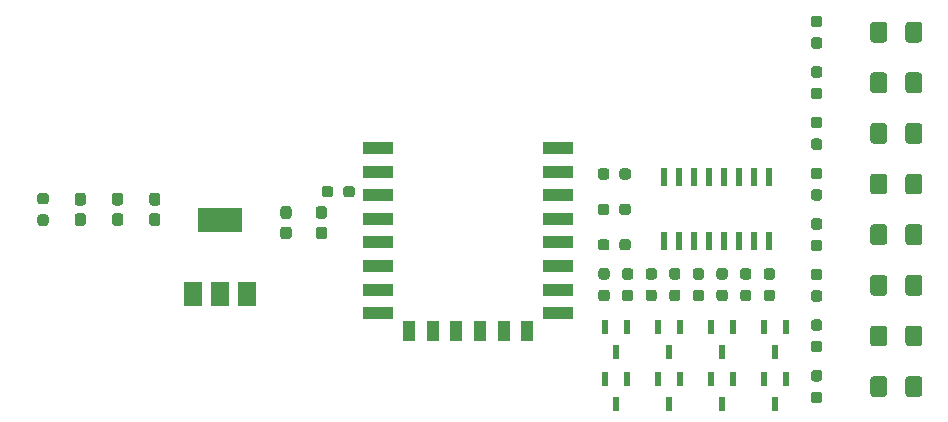
<source format=gbr>
G04 #@! TF.GenerationSoftware,KiCad,Pcbnew,5.1.9+dfsg1-1~bpo10+1*
G04 #@! TF.CreationDate,2021-05-29T21:01:30+02:00*
G04 #@! TF.ProjectId,esp_12e_traffic_monitor,6573705f-3132-4655-9f74-726166666963,C*
G04 #@! TF.SameCoordinates,Original*
G04 #@! TF.FileFunction,Paste,Top*
G04 #@! TF.FilePolarity,Positive*
%FSLAX46Y46*%
G04 Gerber Fmt 4.6, Leading zero omitted, Abs format (unit mm)*
G04 Created by KiCad (PCBNEW 5.1.9+dfsg1-1~bpo10+1) date 2021-05-29 21:01:30*
%MOMM*%
%LPD*%
G01*
G04 APERTURE LIST*
%ADD10R,0.600000X1.300000*%
%ADD11R,0.600000X1.550000*%
%ADD12R,3.800000X2.000000*%
%ADD13R,1.500000X2.000000*%
%ADD14R,2.500000X1.000000*%
%ADD15R,1.000000X1.800000*%
G04 APERTURE END LIST*
D10*
X154000000Y-133000000D03*
X153050000Y-130900000D03*
X154950000Y-130900000D03*
D11*
X149055000Y-119200000D03*
X150325000Y-119200000D03*
X151595000Y-119200000D03*
X152865000Y-119200000D03*
X154135000Y-119200000D03*
X155405000Y-119200000D03*
X156675000Y-119200000D03*
X157945000Y-119200000D03*
X157945000Y-113800000D03*
X156675000Y-113800000D03*
X155405000Y-113800000D03*
X154135000Y-113800000D03*
X152865000Y-113800000D03*
X151595000Y-113800000D03*
X150325000Y-113800000D03*
X149055000Y-113800000D03*
G36*
G01*
X166550000Y-110696429D02*
X166550000Y-109446429D01*
G75*
G02*
X166800000Y-109196429I250000J0D01*
G01*
X167725000Y-109196429D01*
G75*
G02*
X167975000Y-109446429I0J-250000D01*
G01*
X167975000Y-110696429D01*
G75*
G02*
X167725000Y-110946429I-250000J0D01*
G01*
X166800000Y-110946429D01*
G75*
G02*
X166550000Y-110696429I0J250000D01*
G01*
G37*
G36*
G01*
X169525000Y-110696429D02*
X169525000Y-109446429D01*
G75*
G02*
X169775000Y-109196429I250000J0D01*
G01*
X170700000Y-109196429D01*
G75*
G02*
X170950000Y-109446429I0J-250000D01*
G01*
X170950000Y-110696429D01*
G75*
G02*
X170700000Y-110946429I-250000J0D01*
G01*
X169775000Y-110946429D01*
G75*
G02*
X169525000Y-110696429I0J250000D01*
G01*
G37*
G36*
G01*
X166550000Y-102125000D02*
X166550000Y-100875000D01*
G75*
G02*
X166800000Y-100625000I250000J0D01*
G01*
X167725000Y-100625000D01*
G75*
G02*
X167975000Y-100875000I0J-250000D01*
G01*
X167975000Y-102125000D01*
G75*
G02*
X167725000Y-102375000I-250000J0D01*
G01*
X166800000Y-102375000D01*
G75*
G02*
X166550000Y-102125000I0J250000D01*
G01*
G37*
G36*
G01*
X169525000Y-102125000D02*
X169525000Y-100875000D01*
G75*
G02*
X169775000Y-100625000I250000J0D01*
G01*
X170700000Y-100625000D01*
G75*
G02*
X170950000Y-100875000I0J-250000D01*
G01*
X170950000Y-102125000D01*
G75*
G02*
X170700000Y-102375000I-250000J0D01*
G01*
X169775000Y-102375000D01*
G75*
G02*
X169525000Y-102125000I0J250000D01*
G01*
G37*
G36*
G01*
X169525000Y-106410714D02*
X169525000Y-105160714D01*
G75*
G02*
X169775000Y-104910714I250000J0D01*
G01*
X170700000Y-104910714D01*
G75*
G02*
X170950000Y-105160714I0J-250000D01*
G01*
X170950000Y-106410714D01*
G75*
G02*
X170700000Y-106660714I-250000J0D01*
G01*
X169775000Y-106660714D01*
G75*
G02*
X169525000Y-106410714I0J250000D01*
G01*
G37*
G36*
G01*
X166550000Y-106410714D02*
X166550000Y-105160714D01*
G75*
G02*
X166800000Y-104910714I250000J0D01*
G01*
X167725000Y-104910714D01*
G75*
G02*
X167975000Y-105160714I0J-250000D01*
G01*
X167975000Y-106410714D01*
G75*
G02*
X167725000Y-106660714I-250000J0D01*
G01*
X166800000Y-106660714D01*
G75*
G02*
X166550000Y-106410714I0J250000D01*
G01*
G37*
G36*
G01*
X169525000Y-114982143D02*
X169525000Y-113732143D01*
G75*
G02*
X169775000Y-113482143I250000J0D01*
G01*
X170700000Y-113482143D01*
G75*
G02*
X170950000Y-113732143I0J-250000D01*
G01*
X170950000Y-114982143D01*
G75*
G02*
X170700000Y-115232143I-250000J0D01*
G01*
X169775000Y-115232143D01*
G75*
G02*
X169525000Y-114982143I0J250000D01*
G01*
G37*
G36*
G01*
X166550000Y-114982143D02*
X166550000Y-113732143D01*
G75*
G02*
X166800000Y-113482143I250000J0D01*
G01*
X167725000Y-113482143D01*
G75*
G02*
X167975000Y-113732143I0J-250000D01*
G01*
X167975000Y-114982143D01*
G75*
G02*
X167725000Y-115232143I-250000J0D01*
G01*
X166800000Y-115232143D01*
G75*
G02*
X166550000Y-114982143I0J250000D01*
G01*
G37*
G36*
G01*
X166550000Y-119267857D02*
X166550000Y-118017857D01*
G75*
G02*
X166800000Y-117767857I250000J0D01*
G01*
X167725000Y-117767857D01*
G75*
G02*
X167975000Y-118017857I0J-250000D01*
G01*
X167975000Y-119267857D01*
G75*
G02*
X167725000Y-119517857I-250000J0D01*
G01*
X166800000Y-119517857D01*
G75*
G02*
X166550000Y-119267857I0J250000D01*
G01*
G37*
G36*
G01*
X169525000Y-119267857D02*
X169525000Y-118017857D01*
G75*
G02*
X169775000Y-117767857I250000J0D01*
G01*
X170700000Y-117767857D01*
G75*
G02*
X170950000Y-118017857I0J-250000D01*
G01*
X170950000Y-119267857D01*
G75*
G02*
X170700000Y-119517857I-250000J0D01*
G01*
X169775000Y-119517857D01*
G75*
G02*
X169525000Y-119267857I0J250000D01*
G01*
G37*
G36*
G01*
X169525000Y-123553571D02*
X169525000Y-122303571D01*
G75*
G02*
X169775000Y-122053571I250000J0D01*
G01*
X170700000Y-122053571D01*
G75*
G02*
X170950000Y-122303571I0J-250000D01*
G01*
X170950000Y-123553571D01*
G75*
G02*
X170700000Y-123803571I-250000J0D01*
G01*
X169775000Y-123803571D01*
G75*
G02*
X169525000Y-123553571I0J250000D01*
G01*
G37*
G36*
G01*
X166550000Y-123553571D02*
X166550000Y-122303571D01*
G75*
G02*
X166800000Y-122053571I250000J0D01*
G01*
X167725000Y-122053571D01*
G75*
G02*
X167975000Y-122303571I0J-250000D01*
G01*
X167975000Y-123553571D01*
G75*
G02*
X167725000Y-123803571I-250000J0D01*
G01*
X166800000Y-123803571D01*
G75*
G02*
X166550000Y-123553571I0J250000D01*
G01*
G37*
G36*
G01*
X169525000Y-127839286D02*
X169525000Y-126589286D01*
G75*
G02*
X169775000Y-126339286I250000J0D01*
G01*
X170700000Y-126339286D01*
G75*
G02*
X170950000Y-126589286I0J-250000D01*
G01*
X170950000Y-127839286D01*
G75*
G02*
X170700000Y-128089286I-250000J0D01*
G01*
X169775000Y-128089286D01*
G75*
G02*
X169525000Y-127839286I0J250000D01*
G01*
G37*
G36*
G01*
X166550000Y-127839286D02*
X166550000Y-126589286D01*
G75*
G02*
X166800000Y-126339286I250000J0D01*
G01*
X167725000Y-126339286D01*
G75*
G02*
X167975000Y-126589286I0J-250000D01*
G01*
X167975000Y-127839286D01*
G75*
G02*
X167725000Y-128089286I-250000J0D01*
G01*
X166800000Y-128089286D01*
G75*
G02*
X166550000Y-127839286I0J250000D01*
G01*
G37*
G36*
G01*
X166550000Y-132125000D02*
X166550000Y-130875000D01*
G75*
G02*
X166800000Y-130625000I250000J0D01*
G01*
X167725000Y-130625000D01*
G75*
G02*
X167975000Y-130875000I0J-250000D01*
G01*
X167975000Y-132125000D01*
G75*
G02*
X167725000Y-132375000I-250000J0D01*
G01*
X166800000Y-132375000D01*
G75*
G02*
X166550000Y-132125000I0J250000D01*
G01*
G37*
G36*
G01*
X169525000Y-132125000D02*
X169525000Y-130875000D01*
G75*
G02*
X169775000Y-130625000I250000J0D01*
G01*
X170700000Y-130625000D01*
G75*
G02*
X170950000Y-130875000I0J-250000D01*
G01*
X170950000Y-132125000D01*
G75*
G02*
X170700000Y-132375000I-250000J0D01*
G01*
X169775000Y-132375000D01*
G75*
G02*
X169525000Y-132125000I0J250000D01*
G01*
G37*
D10*
X145000000Y-128550000D03*
X144050000Y-126450000D03*
X145950000Y-126450000D03*
X150450000Y-126450000D03*
X148550000Y-126450000D03*
X149500000Y-128550000D03*
X154000000Y-128550000D03*
X153050000Y-126450000D03*
X154950000Y-126450000D03*
X159450000Y-126450000D03*
X157550000Y-126450000D03*
X158500000Y-128550000D03*
X145950000Y-130900000D03*
X144050000Y-130900000D03*
X145000000Y-133000000D03*
X150450000Y-130900000D03*
X148550000Y-130900000D03*
X149500000Y-133000000D03*
X158500000Y-133000000D03*
X157550000Y-130900000D03*
X159450000Y-130900000D03*
D12*
X111500000Y-117400000D03*
D13*
X111500000Y-123700000D03*
X113800000Y-123700000D03*
X109200000Y-123700000D03*
D14*
X124900000Y-111300000D03*
X124900000Y-113300000D03*
X124900000Y-115300000D03*
X124900000Y-117300000D03*
X124900000Y-119300000D03*
X124900000Y-121300000D03*
X124900000Y-123300000D03*
X124900000Y-125300000D03*
D15*
X127500000Y-126800000D03*
X129500000Y-126800000D03*
X131500000Y-126800000D03*
X133500000Y-126800000D03*
X135500000Y-126800000D03*
X137500000Y-126800000D03*
D14*
X140100000Y-125300000D03*
X140100000Y-123300000D03*
X140100000Y-121300000D03*
X140100000Y-119300000D03*
X140100000Y-117300000D03*
X140100000Y-115300000D03*
X140100000Y-113300000D03*
X140100000Y-111300000D03*
G36*
G01*
X102579166Y-116825000D02*
X103054166Y-116825000D01*
G75*
G02*
X103291666Y-117062500I0J-237500D01*
G01*
X103291666Y-117662500D01*
G75*
G02*
X103054166Y-117900000I-237500J0D01*
G01*
X102579166Y-117900000D01*
G75*
G02*
X102341666Y-117662500I0J237500D01*
G01*
X102341666Y-117062500D01*
G75*
G02*
X102579166Y-116825000I237500J0D01*
G01*
G37*
G36*
G01*
X102579166Y-115100000D02*
X103054166Y-115100000D01*
G75*
G02*
X103291666Y-115337500I0J-237500D01*
G01*
X103291666Y-115937500D01*
G75*
G02*
X103054166Y-116175000I-237500J0D01*
G01*
X102579166Y-116175000D01*
G75*
G02*
X102341666Y-115937500I0J237500D01*
G01*
X102341666Y-115337500D01*
G75*
G02*
X102579166Y-115100000I237500J0D01*
G01*
G37*
G36*
G01*
X105737500Y-115100000D02*
X106212500Y-115100000D01*
G75*
G02*
X106450000Y-115337500I0J-237500D01*
G01*
X106450000Y-115937500D01*
G75*
G02*
X106212500Y-116175000I-237500J0D01*
G01*
X105737500Y-116175000D01*
G75*
G02*
X105500000Y-115937500I0J237500D01*
G01*
X105500000Y-115337500D01*
G75*
G02*
X105737500Y-115100000I237500J0D01*
G01*
G37*
G36*
G01*
X105737500Y-116825000D02*
X106212500Y-116825000D01*
G75*
G02*
X106450000Y-117062500I0J-237500D01*
G01*
X106450000Y-117662500D01*
G75*
G02*
X106212500Y-117900000I-237500J0D01*
G01*
X105737500Y-117900000D01*
G75*
G02*
X105500000Y-117662500I0J237500D01*
G01*
X105500000Y-117062500D01*
G75*
G02*
X105737500Y-116825000I237500J0D01*
G01*
G37*
G36*
G01*
X116837500Y-116225000D02*
X117312500Y-116225000D01*
G75*
G02*
X117550000Y-116462500I0J-237500D01*
G01*
X117550000Y-117062500D01*
G75*
G02*
X117312500Y-117300000I-237500J0D01*
G01*
X116837500Y-117300000D01*
G75*
G02*
X116600000Y-117062500I0J237500D01*
G01*
X116600000Y-116462500D01*
G75*
G02*
X116837500Y-116225000I237500J0D01*
G01*
G37*
G36*
G01*
X116837500Y-117950000D02*
X117312500Y-117950000D01*
G75*
G02*
X117550000Y-118187500I0J-237500D01*
G01*
X117550000Y-118787500D01*
G75*
G02*
X117312500Y-119025000I-237500J0D01*
G01*
X116837500Y-119025000D01*
G75*
G02*
X116600000Y-118787500I0J237500D01*
G01*
X116600000Y-118187500D01*
G75*
G02*
X116837500Y-117950000I237500J0D01*
G01*
G37*
G36*
G01*
X119837500Y-117950000D02*
X120312500Y-117950000D01*
G75*
G02*
X120550000Y-118187500I0J-237500D01*
G01*
X120550000Y-118787500D01*
G75*
G02*
X120312500Y-119025000I-237500J0D01*
G01*
X119837500Y-119025000D01*
G75*
G02*
X119600000Y-118787500I0J237500D01*
G01*
X119600000Y-118187500D01*
G75*
G02*
X119837500Y-117950000I237500J0D01*
G01*
G37*
G36*
G01*
X119837500Y-116225000D02*
X120312500Y-116225000D01*
G75*
G02*
X120550000Y-116462500I0J-237500D01*
G01*
X120550000Y-117062500D01*
G75*
G02*
X120312500Y-117300000I-237500J0D01*
G01*
X119837500Y-117300000D01*
G75*
G02*
X119600000Y-117062500I0J237500D01*
G01*
X119600000Y-116462500D01*
G75*
G02*
X119837500Y-116225000I237500J0D01*
G01*
G37*
G36*
G01*
X99895833Y-117900000D02*
X99420833Y-117900000D01*
G75*
G02*
X99183333Y-117662500I0J237500D01*
G01*
X99183333Y-117062500D01*
G75*
G02*
X99420833Y-116825000I237500J0D01*
G01*
X99895833Y-116825000D01*
G75*
G02*
X100133333Y-117062500I0J-237500D01*
G01*
X100133333Y-117662500D01*
G75*
G02*
X99895833Y-117900000I-237500J0D01*
G01*
G37*
G36*
G01*
X99895833Y-116175000D02*
X99420833Y-116175000D01*
G75*
G02*
X99183333Y-115937500I0J237500D01*
G01*
X99183333Y-115337500D01*
G75*
G02*
X99420833Y-115100000I237500J0D01*
G01*
X99895833Y-115100000D01*
G75*
G02*
X100133333Y-115337500I0J-237500D01*
G01*
X100133333Y-115937500D01*
G75*
G02*
X99895833Y-116175000I-237500J0D01*
G01*
G37*
G36*
G01*
X146275000Y-113262500D02*
X146275000Y-113737500D01*
G75*
G02*
X146037500Y-113975000I-237500J0D01*
G01*
X145537500Y-113975000D01*
G75*
G02*
X145300000Y-113737500I0J237500D01*
G01*
X145300000Y-113262500D01*
G75*
G02*
X145537500Y-113025000I237500J0D01*
G01*
X146037500Y-113025000D01*
G75*
G02*
X146275000Y-113262500I0J-237500D01*
G01*
G37*
G36*
G01*
X144450000Y-113262500D02*
X144450000Y-113737500D01*
G75*
G02*
X144212500Y-113975000I-237500J0D01*
G01*
X143712500Y-113975000D01*
G75*
G02*
X143475000Y-113737500I0J237500D01*
G01*
X143475000Y-113262500D01*
G75*
G02*
X143712500Y-113025000I237500J0D01*
G01*
X144212500Y-113025000D01*
G75*
G02*
X144450000Y-113262500I0J-237500D01*
G01*
G37*
G36*
G01*
X146275000Y-116262500D02*
X146275000Y-116737500D01*
G75*
G02*
X146037500Y-116975000I-237500J0D01*
G01*
X145537500Y-116975000D01*
G75*
G02*
X145300000Y-116737500I0J237500D01*
G01*
X145300000Y-116262500D01*
G75*
G02*
X145537500Y-116025000I237500J0D01*
G01*
X146037500Y-116025000D01*
G75*
G02*
X146275000Y-116262500I0J-237500D01*
G01*
G37*
G36*
G01*
X144450000Y-116262500D02*
X144450000Y-116737500D01*
G75*
G02*
X144212500Y-116975000I-237500J0D01*
G01*
X143712500Y-116975000D01*
G75*
G02*
X143475000Y-116737500I0J237500D01*
G01*
X143475000Y-116262500D01*
G75*
G02*
X143712500Y-116025000I237500J0D01*
G01*
X144212500Y-116025000D01*
G75*
G02*
X144450000Y-116262500I0J-237500D01*
G01*
G37*
G36*
G01*
X120100000Y-115237500D02*
X120100000Y-114762500D01*
G75*
G02*
X120337500Y-114525000I237500J0D01*
G01*
X120837500Y-114525000D01*
G75*
G02*
X121075000Y-114762500I0J-237500D01*
G01*
X121075000Y-115237500D01*
G75*
G02*
X120837500Y-115475000I-237500J0D01*
G01*
X120337500Y-115475000D01*
G75*
G02*
X120100000Y-115237500I0J237500D01*
G01*
G37*
G36*
G01*
X121925000Y-115237500D02*
X121925000Y-114762500D01*
G75*
G02*
X122162500Y-114525000I237500J0D01*
G01*
X122662500Y-114525000D01*
G75*
G02*
X122900000Y-114762500I0J-237500D01*
G01*
X122900000Y-115237500D01*
G75*
G02*
X122662500Y-115475000I-237500J0D01*
G01*
X122162500Y-115475000D01*
G75*
G02*
X121925000Y-115237500I0J237500D01*
G01*
G37*
G36*
G01*
X96262500Y-116925000D02*
X96737500Y-116925000D01*
G75*
G02*
X96975000Y-117162500I0J-237500D01*
G01*
X96975000Y-117662500D01*
G75*
G02*
X96737500Y-117900000I-237500J0D01*
G01*
X96262500Y-117900000D01*
G75*
G02*
X96025000Y-117662500I0J237500D01*
G01*
X96025000Y-117162500D01*
G75*
G02*
X96262500Y-116925000I237500J0D01*
G01*
G37*
G36*
G01*
X96262500Y-115100000D02*
X96737500Y-115100000D01*
G75*
G02*
X96975000Y-115337500I0J-237500D01*
G01*
X96975000Y-115837500D01*
G75*
G02*
X96737500Y-116075000I-237500J0D01*
G01*
X96262500Y-116075000D01*
G75*
G02*
X96025000Y-115837500I0J237500D01*
G01*
X96025000Y-115337500D01*
G75*
G02*
X96262500Y-115100000I237500J0D01*
G01*
G37*
G36*
G01*
X144450000Y-119262500D02*
X144450000Y-119737500D01*
G75*
G02*
X144212500Y-119975000I-237500J0D01*
G01*
X143712500Y-119975000D01*
G75*
G02*
X143475000Y-119737500I0J237500D01*
G01*
X143475000Y-119262500D01*
G75*
G02*
X143712500Y-119025000I237500J0D01*
G01*
X144212500Y-119025000D01*
G75*
G02*
X144450000Y-119262500I0J-237500D01*
G01*
G37*
G36*
G01*
X146275000Y-119262500D02*
X146275000Y-119737500D01*
G75*
G02*
X146037500Y-119975000I-237500J0D01*
G01*
X145537500Y-119975000D01*
G75*
G02*
X145300000Y-119737500I0J237500D01*
G01*
X145300000Y-119262500D01*
G75*
G02*
X145537500Y-119025000I237500J0D01*
G01*
X146037500Y-119025000D01*
G75*
G02*
X146275000Y-119262500I0J-237500D01*
G01*
G37*
G36*
G01*
X144237500Y-122450000D02*
X143762500Y-122450000D01*
G75*
G02*
X143525000Y-122212500I0J237500D01*
G01*
X143525000Y-121712500D01*
G75*
G02*
X143762500Y-121475000I237500J0D01*
G01*
X144237500Y-121475000D01*
G75*
G02*
X144475000Y-121712500I0J-237500D01*
G01*
X144475000Y-122212500D01*
G75*
G02*
X144237500Y-122450000I-237500J0D01*
G01*
G37*
G36*
G01*
X144237500Y-124275000D02*
X143762500Y-124275000D01*
G75*
G02*
X143525000Y-124037500I0J237500D01*
G01*
X143525000Y-123537500D01*
G75*
G02*
X143762500Y-123300000I237500J0D01*
G01*
X144237500Y-123300000D01*
G75*
G02*
X144475000Y-123537500I0J-237500D01*
G01*
X144475000Y-124037500D01*
G75*
G02*
X144237500Y-124275000I-237500J0D01*
G01*
G37*
G36*
G01*
X146237500Y-124275000D02*
X145762500Y-124275000D01*
G75*
G02*
X145525000Y-124037500I0J237500D01*
G01*
X145525000Y-123537500D01*
G75*
G02*
X145762500Y-123300000I237500J0D01*
G01*
X146237500Y-123300000D01*
G75*
G02*
X146475000Y-123537500I0J-237500D01*
G01*
X146475000Y-124037500D01*
G75*
G02*
X146237500Y-124275000I-237500J0D01*
G01*
G37*
G36*
G01*
X146237500Y-122450000D02*
X145762500Y-122450000D01*
G75*
G02*
X145525000Y-122212500I0J237500D01*
G01*
X145525000Y-121712500D01*
G75*
G02*
X145762500Y-121475000I237500J0D01*
G01*
X146237500Y-121475000D01*
G75*
G02*
X146475000Y-121712500I0J-237500D01*
G01*
X146475000Y-122212500D01*
G75*
G02*
X146237500Y-122450000I-237500J0D01*
G01*
G37*
G36*
G01*
X148237500Y-122450000D02*
X147762500Y-122450000D01*
G75*
G02*
X147525000Y-122212500I0J237500D01*
G01*
X147525000Y-121712500D01*
G75*
G02*
X147762500Y-121475000I237500J0D01*
G01*
X148237500Y-121475000D01*
G75*
G02*
X148475000Y-121712500I0J-237500D01*
G01*
X148475000Y-122212500D01*
G75*
G02*
X148237500Y-122450000I-237500J0D01*
G01*
G37*
G36*
G01*
X148237500Y-124275000D02*
X147762500Y-124275000D01*
G75*
G02*
X147525000Y-124037500I0J237500D01*
G01*
X147525000Y-123537500D01*
G75*
G02*
X147762500Y-123300000I237500J0D01*
G01*
X148237500Y-123300000D01*
G75*
G02*
X148475000Y-123537500I0J-237500D01*
G01*
X148475000Y-124037500D01*
G75*
G02*
X148237500Y-124275000I-237500J0D01*
G01*
G37*
G36*
G01*
X150237500Y-124275000D02*
X149762500Y-124275000D01*
G75*
G02*
X149525000Y-124037500I0J237500D01*
G01*
X149525000Y-123537500D01*
G75*
G02*
X149762500Y-123300000I237500J0D01*
G01*
X150237500Y-123300000D01*
G75*
G02*
X150475000Y-123537500I0J-237500D01*
G01*
X150475000Y-124037500D01*
G75*
G02*
X150237500Y-124275000I-237500J0D01*
G01*
G37*
G36*
G01*
X150237500Y-122450000D02*
X149762500Y-122450000D01*
G75*
G02*
X149525000Y-122212500I0J237500D01*
G01*
X149525000Y-121712500D01*
G75*
G02*
X149762500Y-121475000I237500J0D01*
G01*
X150237500Y-121475000D01*
G75*
G02*
X150475000Y-121712500I0J-237500D01*
G01*
X150475000Y-122212500D01*
G75*
G02*
X150237500Y-122450000I-237500J0D01*
G01*
G37*
G36*
G01*
X152237500Y-122450000D02*
X151762500Y-122450000D01*
G75*
G02*
X151525000Y-122212500I0J237500D01*
G01*
X151525000Y-121712500D01*
G75*
G02*
X151762500Y-121475000I237500J0D01*
G01*
X152237500Y-121475000D01*
G75*
G02*
X152475000Y-121712500I0J-237500D01*
G01*
X152475000Y-122212500D01*
G75*
G02*
X152237500Y-122450000I-237500J0D01*
G01*
G37*
G36*
G01*
X152237500Y-124275000D02*
X151762500Y-124275000D01*
G75*
G02*
X151525000Y-124037500I0J237500D01*
G01*
X151525000Y-123537500D01*
G75*
G02*
X151762500Y-123300000I237500J0D01*
G01*
X152237500Y-123300000D01*
G75*
G02*
X152475000Y-123537500I0J-237500D01*
G01*
X152475000Y-124037500D01*
G75*
G02*
X152237500Y-124275000I-237500J0D01*
G01*
G37*
G36*
G01*
X162237500Y-101075000D02*
X161762500Y-101075000D01*
G75*
G02*
X161525000Y-100837500I0J237500D01*
G01*
X161525000Y-100337500D01*
G75*
G02*
X161762500Y-100100000I237500J0D01*
G01*
X162237500Y-100100000D01*
G75*
G02*
X162475000Y-100337500I0J-237500D01*
G01*
X162475000Y-100837500D01*
G75*
G02*
X162237500Y-101075000I-237500J0D01*
G01*
G37*
G36*
G01*
X162237500Y-102900000D02*
X161762500Y-102900000D01*
G75*
G02*
X161525000Y-102662500I0J237500D01*
G01*
X161525000Y-102162500D01*
G75*
G02*
X161762500Y-101925000I237500J0D01*
G01*
X162237500Y-101925000D01*
G75*
G02*
X162475000Y-102162500I0J-237500D01*
G01*
X162475000Y-102662500D01*
G75*
G02*
X162237500Y-102900000I-237500J0D01*
G01*
G37*
G36*
G01*
X162237500Y-107185700D02*
X161762500Y-107185700D01*
G75*
G02*
X161525000Y-106948200I0J237500D01*
G01*
X161525000Y-106448200D01*
G75*
G02*
X161762500Y-106210700I237500J0D01*
G01*
X162237500Y-106210700D01*
G75*
G02*
X162475000Y-106448200I0J-237500D01*
G01*
X162475000Y-106948200D01*
G75*
G02*
X162237500Y-107185700I-237500J0D01*
G01*
G37*
G36*
G01*
X162237500Y-105360700D02*
X161762500Y-105360700D01*
G75*
G02*
X161525000Y-105123200I0J237500D01*
G01*
X161525000Y-104623200D01*
G75*
G02*
X161762500Y-104385700I237500J0D01*
G01*
X162237500Y-104385700D01*
G75*
G02*
X162475000Y-104623200I0J-237500D01*
G01*
X162475000Y-105123200D01*
G75*
G02*
X162237500Y-105360700I-237500J0D01*
G01*
G37*
G36*
G01*
X162237500Y-111471429D02*
X161762500Y-111471429D01*
G75*
G02*
X161525000Y-111233929I0J237500D01*
G01*
X161525000Y-110733929D01*
G75*
G02*
X161762500Y-110496429I237500J0D01*
G01*
X162237500Y-110496429D01*
G75*
G02*
X162475000Y-110733929I0J-237500D01*
G01*
X162475000Y-111233929D01*
G75*
G02*
X162237500Y-111471429I-237500J0D01*
G01*
G37*
G36*
G01*
X162237500Y-109646429D02*
X161762500Y-109646429D01*
G75*
G02*
X161525000Y-109408929I0J237500D01*
G01*
X161525000Y-108908929D01*
G75*
G02*
X161762500Y-108671429I237500J0D01*
G01*
X162237500Y-108671429D01*
G75*
G02*
X162475000Y-108908929I0J-237500D01*
G01*
X162475000Y-109408929D01*
G75*
G02*
X162237500Y-109646429I-237500J0D01*
G01*
G37*
G36*
G01*
X162237500Y-113932143D02*
X161762500Y-113932143D01*
G75*
G02*
X161525000Y-113694643I0J237500D01*
G01*
X161525000Y-113194643D01*
G75*
G02*
X161762500Y-112957143I237500J0D01*
G01*
X162237500Y-112957143D01*
G75*
G02*
X162475000Y-113194643I0J-237500D01*
G01*
X162475000Y-113694643D01*
G75*
G02*
X162237500Y-113932143I-237500J0D01*
G01*
G37*
G36*
G01*
X162237500Y-115757143D02*
X161762500Y-115757143D01*
G75*
G02*
X161525000Y-115519643I0J237500D01*
G01*
X161525000Y-115019643D01*
G75*
G02*
X161762500Y-114782143I237500J0D01*
G01*
X162237500Y-114782143D01*
G75*
G02*
X162475000Y-115019643I0J-237500D01*
G01*
X162475000Y-115519643D01*
G75*
G02*
X162237500Y-115757143I-237500J0D01*
G01*
G37*
G36*
G01*
X162237500Y-118217857D02*
X161762500Y-118217857D01*
G75*
G02*
X161525000Y-117980357I0J237500D01*
G01*
X161525000Y-117480357D01*
G75*
G02*
X161762500Y-117242857I237500J0D01*
G01*
X162237500Y-117242857D01*
G75*
G02*
X162475000Y-117480357I0J-237500D01*
G01*
X162475000Y-117980357D01*
G75*
G02*
X162237500Y-118217857I-237500J0D01*
G01*
G37*
G36*
G01*
X162237500Y-120042857D02*
X161762500Y-120042857D01*
G75*
G02*
X161525000Y-119805357I0J237500D01*
G01*
X161525000Y-119305357D01*
G75*
G02*
X161762500Y-119067857I237500J0D01*
G01*
X162237500Y-119067857D01*
G75*
G02*
X162475000Y-119305357I0J-237500D01*
G01*
X162475000Y-119805357D01*
G75*
G02*
X162237500Y-120042857I-237500J0D01*
G01*
G37*
G36*
G01*
X162237500Y-124328571D02*
X161762500Y-124328571D01*
G75*
G02*
X161525000Y-124091071I0J237500D01*
G01*
X161525000Y-123591071D01*
G75*
G02*
X161762500Y-123353571I237500J0D01*
G01*
X162237500Y-123353571D01*
G75*
G02*
X162475000Y-123591071I0J-237500D01*
G01*
X162475000Y-124091071D01*
G75*
G02*
X162237500Y-124328571I-237500J0D01*
G01*
G37*
G36*
G01*
X162237500Y-122503571D02*
X161762500Y-122503571D01*
G75*
G02*
X161525000Y-122266071I0J237500D01*
G01*
X161525000Y-121766071D01*
G75*
G02*
X161762500Y-121528571I237500J0D01*
G01*
X162237500Y-121528571D01*
G75*
G02*
X162475000Y-121766071I0J-237500D01*
G01*
X162475000Y-122266071D01*
G75*
G02*
X162237500Y-122503571I-237500J0D01*
G01*
G37*
G36*
G01*
X162237500Y-126789286D02*
X161762500Y-126789286D01*
G75*
G02*
X161525000Y-126551786I0J237500D01*
G01*
X161525000Y-126051786D01*
G75*
G02*
X161762500Y-125814286I237500J0D01*
G01*
X162237500Y-125814286D01*
G75*
G02*
X162475000Y-126051786I0J-237500D01*
G01*
X162475000Y-126551786D01*
G75*
G02*
X162237500Y-126789286I-237500J0D01*
G01*
G37*
G36*
G01*
X162237500Y-128614286D02*
X161762500Y-128614286D01*
G75*
G02*
X161525000Y-128376786I0J237500D01*
G01*
X161525000Y-127876786D01*
G75*
G02*
X161762500Y-127639286I237500J0D01*
G01*
X162237500Y-127639286D01*
G75*
G02*
X162475000Y-127876786I0J-237500D01*
G01*
X162475000Y-128376786D01*
G75*
G02*
X162237500Y-128614286I-237500J0D01*
G01*
G37*
G36*
G01*
X162237500Y-132900000D02*
X161762500Y-132900000D01*
G75*
G02*
X161525000Y-132662500I0J237500D01*
G01*
X161525000Y-132162500D01*
G75*
G02*
X161762500Y-131925000I237500J0D01*
G01*
X162237500Y-131925000D01*
G75*
G02*
X162475000Y-132162500I0J-237500D01*
G01*
X162475000Y-132662500D01*
G75*
G02*
X162237500Y-132900000I-237500J0D01*
G01*
G37*
G36*
G01*
X162237500Y-131075000D02*
X161762500Y-131075000D01*
G75*
G02*
X161525000Y-130837500I0J237500D01*
G01*
X161525000Y-130337500D01*
G75*
G02*
X161762500Y-130100000I237500J0D01*
G01*
X162237500Y-130100000D01*
G75*
G02*
X162475000Y-130337500I0J-237500D01*
G01*
X162475000Y-130837500D01*
G75*
G02*
X162237500Y-131075000I-237500J0D01*
G01*
G37*
G36*
G01*
X154237500Y-124275000D02*
X153762500Y-124275000D01*
G75*
G02*
X153525000Y-124037500I0J237500D01*
G01*
X153525000Y-123537500D01*
G75*
G02*
X153762500Y-123300000I237500J0D01*
G01*
X154237500Y-123300000D01*
G75*
G02*
X154475000Y-123537500I0J-237500D01*
G01*
X154475000Y-124037500D01*
G75*
G02*
X154237500Y-124275000I-237500J0D01*
G01*
G37*
G36*
G01*
X154237500Y-122450000D02*
X153762500Y-122450000D01*
G75*
G02*
X153525000Y-122212500I0J237500D01*
G01*
X153525000Y-121712500D01*
G75*
G02*
X153762500Y-121475000I237500J0D01*
G01*
X154237500Y-121475000D01*
G75*
G02*
X154475000Y-121712500I0J-237500D01*
G01*
X154475000Y-122212500D01*
G75*
G02*
X154237500Y-122450000I-237500J0D01*
G01*
G37*
G36*
G01*
X156237500Y-122450000D02*
X155762500Y-122450000D01*
G75*
G02*
X155525000Y-122212500I0J237500D01*
G01*
X155525000Y-121712500D01*
G75*
G02*
X155762500Y-121475000I237500J0D01*
G01*
X156237500Y-121475000D01*
G75*
G02*
X156475000Y-121712500I0J-237500D01*
G01*
X156475000Y-122212500D01*
G75*
G02*
X156237500Y-122450000I-237500J0D01*
G01*
G37*
G36*
G01*
X156237500Y-124275000D02*
X155762500Y-124275000D01*
G75*
G02*
X155525000Y-124037500I0J237500D01*
G01*
X155525000Y-123537500D01*
G75*
G02*
X155762500Y-123300000I237500J0D01*
G01*
X156237500Y-123300000D01*
G75*
G02*
X156475000Y-123537500I0J-237500D01*
G01*
X156475000Y-124037500D01*
G75*
G02*
X156237500Y-124275000I-237500J0D01*
G01*
G37*
G36*
G01*
X158237500Y-124275000D02*
X157762500Y-124275000D01*
G75*
G02*
X157525000Y-124037500I0J237500D01*
G01*
X157525000Y-123537500D01*
G75*
G02*
X157762500Y-123300000I237500J0D01*
G01*
X158237500Y-123300000D01*
G75*
G02*
X158475000Y-123537500I0J-237500D01*
G01*
X158475000Y-124037500D01*
G75*
G02*
X158237500Y-124275000I-237500J0D01*
G01*
G37*
G36*
G01*
X158237500Y-122450000D02*
X157762500Y-122450000D01*
G75*
G02*
X157525000Y-122212500I0J237500D01*
G01*
X157525000Y-121712500D01*
G75*
G02*
X157762500Y-121475000I237500J0D01*
G01*
X158237500Y-121475000D01*
G75*
G02*
X158475000Y-121712500I0J-237500D01*
G01*
X158475000Y-122212500D01*
G75*
G02*
X158237500Y-122450000I-237500J0D01*
G01*
G37*
M02*

</source>
